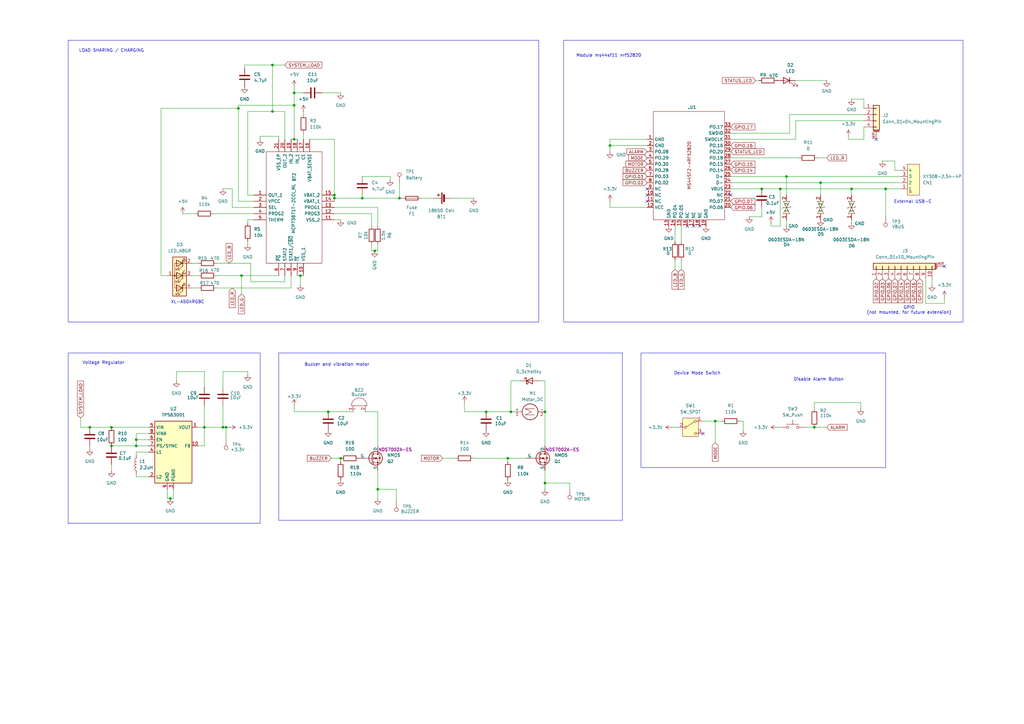
<source format=kicad_sch>
(kicad_sch (version 20231120) (generator "eeschema") (generator_version "8.0")
  (paper "A3")
  (title_block (title "OnBoard X1"))
  (junction (at 148.59 81.28))
  (junction (at 223.52 198.12))
  (junction (at 83.82 175.26))
  (junction (at 334.01 175.26))
  (junction (at 163.83 81.28))
  (junction (at 139.7 187.96))
  (junction (at 322.58 72.39))
  (junction (at 293.37 172.72))
  (junction (at 209.55 168.91))
  (junction (at 336.55 74.93))
  (junction (at 120.65 43.18))
  (junction (at 123.19 113.03))
  (junction (at 120.65 38.1))
  (junction (at 153.67 102.87))
  (junction (at 111.76 26.67))
  (junction (at 208.28 187.96))
  (junction (at 363.22 77.47))
  (junction (at 137.16 80.01))
  (junction (at 45.72 182.88))
  (junction (at 349.25 77.47))
  (junction (at 91.44 175.26))
  (junction (at 120.65 57.15))
  (junction (at 154.94 200.66))
  (junction (at 55.88 180.34))
  (junction (at 69.85 204.47))
  (junction (at 223.52 168.91))
  (junction (at 320.04 77.47))
  (junction (at 99.06 113.03))
  (junction (at 137.16 81.28))
  (junction (at 134.62 168.91))
  (junction (at 36.83 175.26))
  (junction (at 92.71 175.26))
  (junction (at 55.88 182.88))
  (junction (at 199.39 168.91))
  (junction (at 45.72 175.26))
  (junction (at 97.79 44.45))
  (junction (at 250.19 59.69))
  (junction (at 111.76 45.72))
  (junction (at 312.42 77.47))
  (no_connect (at 265.43 82.55))
  (no_connect (at 387.35 109.22))
  (no_connect (at 284.48 92.71))
  (no_connect (at 265.43 77.47))
  (no_connect (at 281.94 92.71))
  (no_connect (at 299.72 80.01))
  (no_connect (at 287.02 92.71))
  (no_connect (at 359.41 57.15))
  (no_connect (at 288.29 177.8))
  (no_connect (at 265.43 80.01))
  (wire (pts (xy 354.33 57.15) (xy 354.33 52.07)))
  (wire (pts (xy 45.72 193.04) (xy 45.72 190.5)))
  (wire (pts (xy 45.72 175.26) (xy 60.96 175.26)))
  (wire (pts (xy 91.44 175.26) (xy 91.44 166.37)))
  (wire (pts (xy 250.19 85.09) (xy 265.43 85.09)))
  (wire (pts (xy 114.3 55.88) (xy 114.3 57.15)))
  (wire (pts (xy 250.19 59.69) (xy 265.43 59.69)))
  (wire (pts (xy 336.55 74.93) (xy 369.57 74.93)))
  (wire (pts (xy 120.65 168.91) (xy 134.62 168.91)))
  (wire (pts (xy 123.19 113.03) (xy 124.46 113.03)))
  (wire (pts (xy 336.55 74.93) (xy 336.55 80.01)))
  (wire (pts (xy 120.65 38.1) (xy 120.65 35.56)))
  (wire (pts (xy 233.68 200.66) (xy 233.68 198.12)))
  (wire (pts (xy 320.04 92.71) (xy 316.23 92.71)))
  (wire (pts (xy 276.86 99.06) (xy 276.86 92.71)))
  (wire (pts (xy 199.39 168.91) (xy 209.55 168.91)))
  (wire (pts (xy 66.04 113.03) (xy 68.58 113.03)))
  (wire (pts (xy 104.14 90.17) (xy 101.6 90.17)))
  (wire (pts (xy 78.74 113.03) (xy 81.28 113.03)))
  (wire (pts (xy 137.16 85.09) (xy 154.94 85.09)))
  (wire (pts (xy 78.74 107.95) (xy 81.28 107.95)))
  (wire (pts (xy 137.16 80.01) (xy 137.16 81.28)))
  (wire (pts (xy 114.3 113.03) (xy 99.06 113.03)))
  (wire (pts (xy 154.94 168.91) (xy 154.94 182.88)))
  (wire (pts (xy 119.38 113.03) (xy 119.38 118.11)))
  (wire (pts (xy 95.25 77.47) (xy 95.25 85.09)))
  (wire (pts (xy 139.7 90.17) (xy 137.16 90.17)))
  (wire (pts (xy 120.65 43.18) (xy 120.65 38.1)))
  (wire (pts (xy 83.82 175.26) (xy 83.82 182.88)))
  (wire (pts (xy 66.04 113.03) (xy 66.04 44.45)))
  (wire (pts (xy 250.19 57.15) (xy 265.43 57.15)))
  (wire (pts (xy 185.42 81.28) (xy 194.31 81.28)))
  (wire (pts (xy 91.44 77.47) (xy 95.25 77.47)))
  (wire (pts (xy 326.39 49.53) (xy 326.39 57.15)))
  (wire (pts (xy 367.03 69.85) (xy 369.57 69.85)))
  (wire (pts (xy 250.19 82.55) (xy 250.19 85.09)))
  (wire (pts (xy 353.06 165.1) (xy 353.06 167.64)))
  (wire (pts (xy 347.98 57.15) (xy 347.98 55.88)))
  (wire (pts (xy 354.33 40.64) (xy 354.33 44.45)))
  (wire (pts (xy 93.98 175.26) (xy 92.71 175.26)))
  (wire (pts (xy 223.52 168.91) (xy 223.52 182.88)))
  (wire (pts (xy 154.94 102.87) (xy 153.67 102.87)))
  (wire (pts (xy 181.61 187.96) (xy 186.69 187.96)))
  (wire (pts (xy 69.85 204.47) (xy 71.12 204.47)))
  (wire (pts (xy 83.82 152.4) (xy 83.82 158.75)))
  (wire (pts (xy 99.06 120.65) (xy 99.06 113.03)))
  (wire (pts (xy 120.65 57.15) (xy 120.65 43.18)))
  (wire (pts (xy 55.88 182.88) (xy 55.88 180.34)))
  (wire (pts (xy 152.4 87.63) (xy 152.4 92.71)))
  (wire (pts (xy 137.16 81.28) (xy 137.16 82.55)))
  (wire (pts (xy 83.82 175.26) (xy 83.82 166.37)))
  (wire (pts (xy 36.83 184.15) (xy 36.83 182.88)))
  (wire (pts (xy 81.28 182.88) (xy 83.82 182.88)))
  (wire (pts (xy 99.06 113.03) (xy 88.9 113.03)))
  (wire (pts (xy 233.68 198.12) (xy 223.52 198.12)))
  (wire (pts (xy 102.87 107.95) (xy 88.9 107.95)))
  (wire (pts (xy 190.5 168.91) (xy 199.39 168.91)))
  (wire (pts (xy 127 57.15) (xy 137.16 57.15)))
  (wire (pts (xy 116.84 115.57) (xy 102.87 115.57)))
  (wire (pts (xy 101.6 80.01) (xy 104.14 80.01)))
  (wire (pts (xy 382.27 116.84) (xy 382.27 114.3)))
  (wire (pts (xy 100.33 26.67) (xy 111.76 26.67)))
  (wire (pts (xy 121.92 113.03) (xy 123.19 113.03)))
  (wire (pts (xy 101.6 90.17) (xy 101.6 91.44)))
  (wire (pts (xy 293.37 172.72) (xy 293.37 181.61)))
  (wire (pts (xy 250.19 62.23) (xy 250.19 59.69)))
  (wire (pts (xy 97.79 82.55) (xy 104.14 82.55)))
  (wire (pts (xy 102.87 115.57) (xy 102.87 107.95)))
  (wire (pts (xy 311.15 33.02) (xy 309.88 33.02)))
  (wire (pts (xy 339.09 33.02) (xy 326.39 33.02)))
  (wire (pts (xy 299.72 64.77) (xy 327.66 64.77)))
  (wire (pts (xy 326.39 57.15) (xy 299.72 57.15)))
  (wire (pts (xy 209.55 168.91) (xy 210.82 168.91)))
  (wire (pts (xy 162.56 200.66) (xy 154.94 200.66)))
  (wire (pts (xy 148.59 80.01) (xy 148.59 81.28)))
  (wire (pts (xy 387.35 124.46) (xy 387.35 121.92)))
  (wire (pts (xy 68.58 204.47) (xy 68.58 200.66)))
  (wire (pts (xy 106.68 57.15) (xy 106.68 55.88)))
  (wire (pts (xy 349.25 77.47) (xy 363.22 77.47)))
  (wire (pts (xy 353.06 165.1) (xy 334.01 165.1)))
  (wire (pts (xy 137.16 87.63) (xy 152.4 87.63)))
  (wire (pts (xy 154.94 85.09) (xy 154.94 92.71)))
  (wire (pts (xy 101.6 153.67) (xy 101.6 152.4)))
  (wire (pts (xy 299.72 72.39) (xy 322.58 72.39)))
  (wire (pts (xy 154.94 193.04) (xy 154.94 200.66)))
  (wire (pts (xy 101.6 99.06) (xy 101.6 100.33)))
  (wire (pts (xy 223.52 156.21) (xy 223.52 168.91)))
  (wire (pts (xy 137.16 57.15) (xy 137.16 80.01)))
  (wire (pts (xy 361.95 66.04) (xy 367.03 66.04)))
  (wire (pts (xy 111.76 26.67) (xy 111.76 45.72)))
  (wire (pts (xy 190.5 165.1) (xy 190.5 168.91)))
  (wire (pts (xy 163.83 74.93) (xy 163.83 81.28)))
  (wire (pts (xy 320.04 77.47) (xy 320.04 92.71)))
  (wire (pts (xy 349.25 77.47) (xy 349.25 80.01)))
  (wire (pts (xy 323.85 54.61) (xy 299.72 54.61)))
  (wire (pts (xy 78.74 118.11) (xy 81.28 118.11)))
  (wire (pts (xy 92.71 180.34) (xy 92.71 175.26)))
  (wire (pts (xy 387.35 124.46) (xy 379.73 124.46)))
  (wire (pts (xy 36.83 175.26) (xy 45.72 175.26)))
  (wire (pts (xy 223.52 200.66) (xy 223.52 198.12)))
  (wire (pts (xy 312.42 88.9) (xy 312.42 85.09)))
  (wire (pts (xy 101.6 45.72) (xy 111.76 45.72)))
  (wire (pts (xy 330.2 175.26) (xy 334.01 175.26)))
  (wire (pts (xy 279.4 110.49) (xy 279.4 106.68)))
  (wire (pts (xy 349.25 91.44) (xy 349.25 90.17)))
  (wire (pts (xy 101.6 152.4) (xy 91.44 152.4)))
  (wire (pts (xy 307.34 88.9) (xy 312.42 88.9)))
  (wire (pts (xy 45.72 182.88) (xy 55.88 182.88)))
  (wire (pts (xy 134.62 168.91) (xy 144.78 168.91)))
  (wire (pts (xy 276.86 110.49) (xy 276.86 106.68)))
  (wire (pts (xy 116.84 57.15) (xy 116.84 45.72)))
  (wire (pts (xy 91.44 152.4) (xy 91.44 158.75)))
  (wire (pts (xy 120.65 38.1) (xy 124.46 38.1)))
  (wire (pts (xy 160.02 73.66) (xy 160.02 72.39)))
  (wire (pts (xy 318.77 175.26) (xy 320.04 175.26)))
  (wire (pts (xy 55.88 195.58) (xy 55.88 194.31)))
  (wire (pts (xy 33.02 175.26) (xy 36.83 175.26)))
  (wire (pts (xy 119.38 118.11) (xy 88.9 118.11)))
  (wire (pts (xy 83.82 175.26) (xy 91.44 175.26)))
  (wire (pts (xy 304.8 176.53) (xy 304.8 172.72)))
  (wire (pts (xy 279.4 99.06) (xy 279.4 92.71)))
  (wire (pts (xy 60.96 182.88) (xy 55.88 182.88)))
  (wire (pts (xy 172.72 81.28) (xy 177.8 81.28)))
  (wire (pts (xy 116.84 115.57) (xy 116.84 113.03)))
  (wire (pts (xy 163.83 81.28) (xy 165.1 81.28)))
  (wire (pts (xy 106.68 55.88) (xy 114.3 55.88)))
  (wire (pts (xy 71.12 204.47) (xy 71.12 200.66)))
  (wire (pts (xy 60.96 195.58) (xy 55.88 195.58)))
  (wire (pts (xy 323.85 46.99) (xy 323.85 54.61)))
  (wire (pts (xy 137.16 81.28) (xy 148.59 81.28)))
  (wire (pts (xy 97.79 44.45) (xy 97.79 82.55)))
  (wire (pts (xy 363.22 77.47) (xy 369.57 77.47)))
  (wire (pts (xy 322.58 72.39) (xy 369.57 72.39)))
  (wire (pts (xy 223.52 193.04) (xy 223.52 198.12)))
  (wire (pts (xy 139.7 187.96) (xy 139.7 189.23)))
  (wire (pts (xy 275.59 175.26) (xy 278.13 175.26)))
  (wire (pts (xy 322.58 72.39) (xy 322.58 80.01)))
  (wire (pts (xy 116.84 26.67) (xy 111.76 26.67)))
  (wire (pts (xy 363.22 88.9) (xy 363.22 77.47)))
  (wire (pts (xy 92.71 175.26) (xy 91.44 175.26)))
  (wire (pts (xy 74.93 87.63) (xy 80.01 87.63)))
  (wire (pts (xy 208.28 187.96) (xy 208.28 189.23)))
  (wire (pts (xy 124.46 45.72) (xy 124.46 46.99)))
  (wire (pts (xy 68.58 204.47) (xy 69.85 204.47)))
  (wire (pts (xy 322.58 92.71) (xy 322.58 90.17)))
  (wire (pts (xy 223.52 156.21) (xy 220.98 156.21)))
  (wire (pts (xy 334.01 175.26) (xy 339.09 175.26)))
  (wire (pts (xy 299.72 74.93) (xy 336.55 74.93)))
  (wire (pts (xy 132.08 38.1) (xy 139.7 38.1)))
  (wire (pts (xy 152.4 102.87) (xy 153.67 102.87)))
  (wire (pts (xy 55.88 185.42) (xy 55.88 186.69)))
  (wire (pts (xy 250.19 59.69) (xy 250.19 57.15)))
  (wire (pts (xy 60.96 180.34) (xy 55.88 180.34)))
  (wire (pts (xy 149.86 168.91) (xy 154.94 168.91)))
  (wire (pts (xy 148.59 81.28) (xy 163.83 81.28)))
  (wire (pts (xy 335.28 64.77) (xy 339.09 64.77)))
  (wire (pts (xy 316.23 92.71) (xy 316.23 91.44)))
  (wire (pts (xy 101.6 45.72) (xy 101.6 80.01)))
  (wire (pts (xy 326.39 49.53) (xy 354.33 49.53)))
  (wire (pts (xy 154.94 204.47) (xy 154.94 200.66)))
  (wire (pts (xy 72.39 156.21) (xy 72.39 152.4)))
  (wire (pts (xy 111.76 45.72) (xy 116.84 45.72)))
  (wire (pts (xy 66.04 44.45) (xy 97.79 44.45)))
  (wire (pts (xy 312.42 77.47) (xy 320.04 77.47)))
  (wire (pts (xy 349.25 40.64) (xy 354.33 40.64)))
  (wire (pts (xy 347.98 57.15) (xy 354.33 57.15)))
  (wire (pts (xy 120.65 166.37) (xy 120.65 168.91)))
  (wire (pts (xy 154.94 100.33) (xy 154.94 102.87)))
  (wire (pts (xy 162.56 205.74) (xy 162.56 200.66)))
  (wire (pts (xy 55.88 180.34) (xy 55.88 177.8)))
  (wire (pts (xy 119.38 57.15) (xy 120.65 57.15)))
  (wire (pts (xy 95.25 85.09) (xy 104.14 85.09)))
  (wire (pts (xy 97.79 43.18) (xy 97.79 44.45)))
  (wire (pts (xy 160.02 72.39) (xy 148.59 72.39)))
  (wire (pts (xy 100.33 26.67) (xy 100.33 27.94)))
  (wire (pts (xy 320.04 77.47) (xy 349.25 77.47)))
  (wire (pts (xy 135.89 187.96) (xy 139.7 187.96)))
  (wire (pts (xy 97.79 43.18) (xy 120.65 43.18)))
  (wire (pts (xy 295.91 172.72) (xy 293.37 172.72)))
  (wire (pts (xy 123.19 116.84) (xy 123.19 113.03)))
  (wire (pts (xy 208.28 187.96) (xy 215.9 187.96)))
  (wire (pts (xy 299.72 77.47) (xy 312.42 77.47)))
  (wire (pts (xy 60.96 185.42) (xy 55.88 185.42)))
  (wire (pts (xy 87.63 87.63) (xy 104.14 87.63)))
  (wire (pts (xy 72.39 152.4) (xy 83.82 152.4)))
  (wire (pts (xy 323.85 46.99) (xy 354.33 46.99)))
  (wire (pts (xy 120.65 57.15) (xy 121.92 57.15)))
  (wire (pts (xy 81.28 175.26) (xy 83.82 175.26)))
  (wire (pts (xy 334.01 165.1) (xy 334.01 167.64)))
  (wire (pts (xy 124.46 54.61) (xy 124.46 57.15)))
  (wire (pts (xy 209.55 168.91) (xy 209.55 156.21)))
  (wire (pts (xy 304.8 172.72) (xy 303.53 172.72)))
  (wire (pts (xy 33.02 171.45) (xy 33.02 175.26)))
  (wire (pts (xy 55.88 177.8) (xy 60.96 177.8)))
  (wire (pts (xy 152.4 100.33) (xy 152.4 102.87)))
  (wire (pts (xy 379.73 124.46) (xy 379.73 114.3)))
  (wire (pts (xy 288.29 172.72) (xy 293.37 172.72)))
  (wire (pts (xy 209.55 156.21) (xy 213.36 156.21)))
  (wire (pts (xy 367.03 66.04) (xy 367.03 69.85)))
  (wire (pts (xy 194.31 187.96) (xy 208.28 187.96)))
  (rectangle (start 231.14 16.51) (end 394.97 132.08))
  (rectangle (start 262.89 144.78) (end 363.22 191.77))
  (rectangle (start 114.3 144.78) (end 255.27 213.36))
  (rectangle (start 27.94 144.78) (end 106.68 214.63))
  (rectangle (start 27.94 16.51) (end 220.98 132.08))
  (text "External USB-C" (at 374.396 82.804 0) (effects (font (size 1.27 1.27))))
  (text "XL-A504RGBC" (at 76.962 123.952 0) (effects (font (size 1.27 1.27))))
  (text "GPIO\n(not mounted, for future extension)" (at 372.872 127.254 0) (effects (font (size 1.27 1.27))))
  (text "Module ms44sf11 nrf52820" (at 249.682 22.86 0) (effects (font (size 1.27 1.27))))
  (text "Disable Alarm Button" (at 335.788 155.702 0) (effects (font (size 1.27 1.27))))
  (text "LOAD SHARING / CHARGING\n" (at 45.72 20.828 0) (effects (font (size 1.27 1.27))))
  (text "Device Mode Switch" (at 286.004 153.162 0) (effects (font (size 1.27 1.27))))
  (text "Voltage Regulator" (at 42.418 148.844 0) (effects (font (size 1.27 1.27))))
  (text "Buzzer and vibration motor" (at 138.176 149.606 0) (effects (font (size 1.27 1.27))))
  (global_label "GPIO.07" (shape input) (at 367.03 114.3 270) (property "Intersheetrefs" "${INTERSHEET_REFS}" (effects (hide yes))))
  (global_label "STATUS_LED" (shape input) (at 309.88 33.02 180) (property "Intersheetrefs" "${INTERSHEET_REFS}" (effects (hide yes))))
  (global_label "MOTOR" (shape input) (at 265.43 67.31 180) (property "Intersheetrefs" "${INTERSHEET_REFS}" (effects (hide yes))))
  (global_label "ALARM" (shape input) (at 339.09 175.26 0) (property "Intersheetrefs" "${INTERSHEET_REFS}" (effects (hide yes))))
  (global_label "GPIO.17" (shape input) (at 299.72 52.07 0) (property "Intersheetrefs" "${INTERSHEET_REFS}" (effects (hide yes))))
  (global_label "GPIO.14" (shape input) (at 299.72 69.85 0) (property "Intersheetrefs" "${INTERSHEET_REFS}" (effects (hide yes))))
  (global_label "GPIO.03" (shape input) (at 265.43 72.39 180) (property "Intersheetrefs" "${INTERSHEET_REFS}" (effects (hide yes))))
  (global_label "GPIO.03" (shape input) (at 361.95 114.3 270) (property "Intersheetrefs" "${INTERSHEET_REFS}" (effects (hide yes))))
  (global_label "ALARM" (shape input) (at 265.43 62.23 180) (property "Intersheetrefs" "${INTERSHEET_REFS}" (effects (hide yes))))
  (global_label "GPIO.15" (shape input) (at 372.11 114.3 270) (property "Intersheetrefs" "${INTERSHEET_REFS}" (effects (hide yes))))
  (global_label "GPIO.15" (shape input) (at 299.72 67.31 0) (property "Intersheetrefs" "${INTERSHEET_REFS}" (effects (hide yes))))
  (global_label "GPIO.06" (shape input) (at 364.49 114.3 270) (property "Intersheetrefs" "${INTERSHEET_REFS}" (effects (hide yes))))
  (global_label "LED_B" (shape input) (at 276.86 110.49 270) (property "Intersheetrefs" "${INTERSHEET_REFS}" (effects (hide yes))))
  (global_label "MODE" (shape input) (at 293.37 181.61 270) (property "Intersheetrefs" "${INTERSHEET_REFS}" (effects (hide yes))))
  (global_label "MOTOR" (shape input) (at 181.61 187.96 180) (property "Intersheetrefs" "${INTERSHEET_REFS}" (effects (hide yes))))
  (global_label "BUZZER" (shape input) (at 135.89 187.96 180) (property "Intersheetrefs" "${INTERSHEET_REFS}" (effects (hide yes))))
  (global_label "GPIO.02" (shape input) (at 359.41 114.3 270) (property "Intersheetrefs" "${INTERSHEET_REFS}" (effects (hide yes))))
  (global_label "SYSTEM_LOAD" (shape input) (at 116.84 26.67 0) (property "Intersheetrefs" "${INTERSHEET_REFS}" (effects (hide yes))))
  (global_label "LED_R" (shape input) (at 339.09 64.77 0) (property "Intersheetrefs" "${INTERSHEET_REFS}" (effects (hide yes))))
  (global_label "GPIO.14" (shape input) (at 369.57 114.3 270) (property "Intersheetrefs" "${INTERSHEET_REFS}" (effects (hide yes))))
  (global_label "SYSTEM_LOAD" (shape input) (at 33.02 171.45 90) (property "Intersheetrefs" "${INTERSHEET_REFS}" (effects (hide yes))))
  (global_label "GPIO.02" (shape input) (at 265.43 74.93 180) (property "Intersheetrefs" "${INTERSHEET_REFS}" (effects (hide yes))))
  (global_label "GPIO.16" (shape input) (at 374.65 114.3 270) (property "Intersheetrefs" "${INTERSHEET_REFS}" (effects (hide yes))))
  (global_label "GPIO.17" (shape input) (at 377.19 114.3 270) (property "Intersheetrefs" "${INTERSHEET_REFS}" (effects (hide yes))))
  (global_label "GPIO.06" (shape input) (at 299.72 85.09 0) (property "Intersheetrefs" "${INTERSHEET_REFS}" (effects (hide yes))))
  (global_label "GPIO.07" (shape input) (at 299.72 82.55 0) (property "Intersheetrefs" "${INTERSHEET_REFS}" (effects (hide yes))))
  (global_label "MODE" (shape input) (at 265.43 64.77 180) (property "Intersheetrefs" "${INTERSHEET_REFS}" (effects (hide yes))))
  (global_label "STATUS_LED" (shape input) (at 299.72 62.23 0) (property "Intersheetrefs" "${INTERSHEET_REFS}" (effects (hide yes))))
  (global_label "LED_B" (shape input) (at 93.98 107.95 90) (property "Intersheetrefs" "${INTERSHEET_REFS}" (effects (hide yes))))
  (global_label "LED_R" (shape input) (at 95.25 118.11 270) (property "Intersheetrefs" "${INTERSHEET_REFS}" (effects (hide yes))))
  (global_label "LED_G" (shape input) (at 99.06 120.65 270) (property "Intersheetrefs" "${INTERSHEET_REFS}" (effects (hide yes))))
  (global_label "BUZZER" (shape input) (at 265.43 69.85 180) (property "Intersheetrefs" "${INTERSHEET_REFS}" (effects (hide yes))))
  (global_label "LED_G" (shape input) (at 279.4 110.49 270) (property "Intersheetrefs" "${INTERSHEET_REFS}" (effects (hide yes))))
  (global_label "GPIO.16" (shape input) (at 299.72 59.69 0) (property "Intersheetrefs" "${INTERSHEET_REFS}" (effects (hide yes))))
  (symbol (lib_id "power:GND") (at 139.7 90.17 0) (unit 1)
    (property "Reference" "#PWR014" (effects (hide yes)))
    (property "Value" "GND" (at 142.24 91.4399 0) (effects (justify left)))
    (property "Description" "Power symbol creates a global label with name \"GND\" , ground" (effects (hide yes)))
  )
  (symbol (lib_id "power:GND") (at 353.06 167.64 0) (unit 1)
    (property "Reference" "#PWR023" (effects (hide yes)))
    (property "Value" "GND" (at 353.06 172.72 0))
    (property "Description" "Power symbol creates a global label with name \"GND\" , ground" (effects (hide yes)))
  )
  (symbol (lib_id "power:GND") (at 106.68 57.15 0) (unit 1)
    (property "Reference" "#PWR020" (effects (hide yes)))
    (property "Value" "GND" (at 104.648 61.976 0) (effects (justify left)))
    (property "Description" "Power symbol creates a global label with name \"GND\" , ground" (effects (hide yes)))
  )
  (symbol (lib_id "Device:R") (at 276.86 102.87 180) (unit 1)
    (property "Reference" "R13" (at 271.78 102.108 0) (effects (justify right)))
    (property "Value" "0" (at 273.304 103.886 0) (effects (justify right)))
    (property "Footprint" "easyeda2kicad:R1206" (effects (hide yes)))
    (property "Description" "Resistor" (effects (hide yes)))
  )
  (symbol (lib_id "Connector_Generic_MountingPin:Conn_01x04_MountingPin") (at 359.41 46.99 0) (unit 1)
    (property "Reference" "J2" (at 361.95 47.3455 0) (effects (justify left)))
    (property "Value" "Conn_01x04_MountingPin" (at 361.95 49.8855 0) (effects (justify left)))
    (property "Footprint" "easyeda2kicad:HDR-TH_4P-P2.54-V-M" (effects (hide yes)))
    (property "Description" "Generic connectable mounting pin connector, single row, 01x04, script generated (kicad-library-utils/schlib/autogen/connector/)" (effects (hide yes)))
  )
  (symbol (lib_id "Device:R") (at 45.72 179.07 0) (unit 1)
    (property "Reference" "R10" (at 48.26 177.7999 0) (effects (justify left)))
    (property "Value" "100" (at 48.26 180.3399 0) (effects (justify left)))
    (property "Footprint" "easyeda2kicad:R1206" (effects (hide yes)))
    (property "Description" "Resistor" (effects (hide yes)))
  )
  (symbol (lib_id "Device:C") (at 199.39 172.72 180) (unit 1)
    (property "Reference" "C1" (at 203.454 171.45 0) (effects (justify right)))
    (property "Value" "10uF" (at 202.946 173.736 0) (effects (justify right)))
    (property "Footprint" "easyeda2kicad:C1206" (effects (hide yes)))
    (property "Description" "Unpolarized capacitor" (effects (hide yes)))
  )
  (symbol (lib_id "Device:R") (at 331.47 64.77 90) (unit 1)
    (property "Reference" "R11" (at 331.47 58.42 90))
    (property "Value" "0" (at 331.47 60.96 90))
    (property "Footprint" "easyeda2kicad:R1206" (effects (hide yes)))
    (property "Description" "Resistor" (effects (hide yes)))
  )
  (symbol (lib_id "power:+3.3V") (at 318.77 175.26 90) (unit 1)
    (property "Reference" "#PWR07" (effects (hide yes)))
    (property "Value" "+3.3V" (at 314.96 175.2599 90) (effects (justify left)))
    (property "Description" "Power symbol creates a global label with name \"+3.3V\"" (effects (hide yes)))
  )
  (symbol (lib_id "Device:R") (at 143.51 187.96 90) (unit 1)
    (property "Reference" "R19" (at 143.51 181.61 90))
    (property "Value" "100" (at 143.51 184.15 90))
    (property "Footprint" "Resistor_SMD:R_1206_3216Metric_Pad1.30x1.75mm_HandSolder" (effects (hide yes)))
    (property "Description" "Resistor" (effects (hide yes)))
  )
  (symbol (lib_id "Device:C") (at 128.27 38.1 90) (unit 1)
    (property "Reference" "C11" (at 128.27 30.48 90))
    (property "Value" "10uF" (at 128.27 33.02 90))
    (property "Footprint" "easyeda2kicad:C1206" (effects (hide yes)))
    (property "Description" "Unpolarized capacitor" (effects (hide yes)))
  )
  (symbol (lib_id "power:GND") (at 250.19 62.23 0) (unit 1)
    (property "Reference" "#PWR028" (effects (hide yes)))
    (property "Value" "GND" (at 252.73 63.4999 0) (effects (justify left)))
    (property "Description" "Power symbol creates a global label with name \"GND\" , ground" (effects (hide yes)))
  )
  (symbol (lib_id "Device:L") (at 55.88 190.5 180) (unit 1)
    (property "Reference" "L1" (at 57.15 189.2299 0) (effects (justify right)))
    (property "Value" "2.2uH" (at 57.15 191.7699 0) (effects (justify right)))
    (property "Footprint" "easyeda2kicad:IND-SMD_L3.0-W3.0_NR3010" (effects (hide yes)))
    (property "Description" "Inductor" (effects (hide yes)))
  )
  (symbol (lib_id "power:+3.3V") (at 387.35 121.92 0) (unit 1)
    (property "Reference" "#PWR036" (effects (hide yes)))
    (property "Value" "+3.3V" (at 387.35 116.84 0))
    (property "Description" "Power symbol creates a global label with name \"+3.3V\"" (effects (hide yes)))
  )
  (symbol (lib_id "Device:R") (at 208.28 193.04 0) (unit 1)
    (property "Reference" "R8" (at 212.09 191.7699 0) (effects (justify left)))
    (property "Value" "110k" (at 212.09 194.3099 0) (effects (justify left)))
    (property "Footprint" "easyeda2kicad:R1206" (effects (hide yes)))
    (property "Description" "Resistor" (effects (hide yes)))
  )
  (symbol (lib_id "Device:C") (at 100.33 31.75 180) (unit 1)
    (property "Reference" "C5" (at 104.14 30.4799 0) (effects (justify right)))
    (property "Value" "4.7uF" (at 104.14 33.0199 0) (effects (justify right)))
    (property "Footprint" "easyeda2kicad:C1206" (effects (hide yes)))
    (property "Description" "Unpolarized capacitor" (effects (hide yes)))
  )
  (symbol (lib_id "power:GND") (at 91.44 77.47 0) (unit 1)
    (property "Reference" "#PWR022" (effects (hide yes)))
    (property "Value" "GND" (at 91.44 82.55 0))
    (property "Description" "Power symbol creates a global label with name \"GND\" , ground" (effects (hide yes)))
  )
  (symbol (lib_id "power:+3.3V") (at 347.98 55.88 0) (unit 1)
    (property "Reference" "#PWR035" (effects (hide yes)))
    (property "Value" "+3.3V" (at 347.98 50.8 0))
    (property "Description" "Power symbol creates a global label with name \"+3.3V\"" (effects (hide yes)))
  )
  (symbol (lib_id "Device:C") (at 134.62 172.72 180) (unit 1)
    (property "Reference" "C2" (at 138.684 171.45 0) (effects (justify right)))
    (property "Value" "10uF" (at 138.176 173.736 0) (effects (justify right)))
    (property "Footprint" "easyeda2kicad:C1206" (effects (hide yes)))
    (property "Description" "Unpolarized capacitor" (effects (hide yes)))
  )
  (symbol (lib_id "Device:Buzzer") (at 147.32 166.37 90) (unit 1)
    (property "Reference" "BZ2" (at 145.288 160.02 90) (effects (justify right)))
    (property "Value" "Buzzer" (at 144.018 161.798 90) (effects (justify right)))
    (property "Footprint" "easyeda2kicad:BUZ-TH_BD9.0-P5.00-D0.6-FD" (effects (hide yes)))
    (property "Description" "Buzzer, polarized" (effects (hide yes)))
  )
  (symbol (lib_id "power:GND") (at 100.33 35.56 0) (unit 1)
    (property "Reference" "#PWR021" (effects (hide yes)))
    (property "Value" "GND" (at 100.33 40.64 0))
    (property "Description" "Power symbol creates a global label with name \"GND\" , ground" (effects (hide yes)))
  )
  (symbol (lib_id "easyeda2kicad:XY308-2.54-4P") (at 374.65 73.66 0) (mirror x) (unit 1)
    (property "Reference" "CN1" (at 378.46 74.9301 0) (effects (justify left)))
    (property "Value" "XY308-2.54-4P" (at 378.46 72.3901 0) (effects (justify left)))
    (property "Footprint" "easyeda2kicad:CONN-TH_XY308-2.54-4P" (effects (hide yes)))
    (property "Datasheet" "https://lcsc.com/product-detail/Pluggable-System-Terminal-Block_Ningbo-Xinlaiya-Elec-XY308-2-54-4P_C915913.html" (effects (hide yes)))
    (property "LCSC Part" "C915913" (effects (hide yes)))
  )
  (symbol (lib_id "Device:Battery_Cell") (at 182.88 81.28 90) (unit 1)
    (property "Reference" "BT1" (at 181.0385 88.9 90))
    (property "Value" "18650 Cell" (at 181.0385 86.36 90))
    (property "Footprint" "easyeda2kicad:BAT-TH_BH-18650-A1AJ005" (effects (hide yes)))
    (property "Description" "Single-cell battery" (effects (hide yes)))
  )
  (symbol (lib_id "Regulator_Switching:TPS63001") (at 71.12 185.42 0) (unit 1)
    (property "Reference" "U2" (at 71.12 167.64 0))
    (property "Value" "TPS63001" (at 71.12 170.18 0))
    (property "Footprint" "Package_SON:Texas_DRC0010J_ThermalVias" (effects (hide yes)))
    (property "Datasheet" "http://www.ti.com/lit/ds/symlink/tps63000.pdf" (effects (hide yes)))
    (property "Description" "Buck-Boost Converter, 1.8-5.5V Input Voltage, 1.7A Switch Current, 3.3V Output Voltage, VSON-10" (effects (hide yes)))
  )
  (symbol (lib_id "Switch:SW_SPDT") (at 283.21 175.26 0) (unit 1)
    (property "Reference" "SW1" (at 283.21 166.37 0))
    (property "Value" "SW_SPDT" (at 283.21 168.91 0))
    (property "Footprint" "easyeda2kicad:SW-TH_SHOU-HAN_SS12D10G4" (effects (hide yes)))
    (property "Description" "Switch, single pole double throw" (effects (hide yes)))
  )
  (symbol (lib_id "Device:R") (at 279.4 102.87 180) (unit 1)
    (property "Reference" "R12" (at 280.924 102.108 0) (effects (justify right)))
    (property "Value" "0" (at 282.194 103.886 0) (effects (justify right)))
    (property "Footprint" "easyeda2kicad:R1206" (effects (hide yes)))
    (property "Description" "Resistor" (effects (hide yes)))
  )
  (symbol (lib_id "Device:R") (at 101.6 95.25 180) (unit 1)
    (property "Reference" "R5" (at 104.14 93.9799 0) (effects (justify right)))
    (property "Value" "10k" (at 104.14 96.5199 0) (effects (justify right)))
    (property "Footprint" "easyeda2kicad:R1206" (effects (hide yes)))
    (property "Description" "Resistor" (effects (hide yes)))
  )
  (symbol (lib_id "Connector:TestPoint") (at 162.56 205.74 180) (unit 1)
    (property "Reference" "TP5" (at 165.1 207.7719 0) (effects (justify right)))
    (property "Value" "BUZZER" (at 164.338 209.804 0) (effects (justify right)))
    (property "Footprint" "TestPoint:TestPoint_Pad_D2.0mm" (effects (hide yes)))
    (property "Description" "test point" (effects (hide yes)))
  )
  (symbol (lib_id "Device:C") (at 312.42 81.28 0) (unit 1)
    (property "Reference" "C3" (at 315.214 80.772 0) (effects (justify left)))
    (property "Value" "0.1uF" (at 314.198 83.312 0) (effects (justify left)))
    (property "Footprint" "easyeda2kicad:C1206" (effects (hide yes)))
    (property "Description" "Unpolarized capacitor" (effects (hide yes)))
  )
  (symbol (lib_id "Connector:TestPoint") (at 363.22 88.9 180) (unit 1)
    (property "Reference" "TP3" (at 365.76 90.9319 0) (effects (justify right)))
    (property "Value" "VBUS" (at 365.76 92.964 0) (effects (justify right)))
    (property "Footprint" "TestPoint:TestPoint_Pad_D2.0mm" (effects (hide yes)))
    (property "Description" "test point" (effects (hide yes)))
  )
  (symbol (lib_id "Device:D_Schottky") (at 217.17 156.21 0) (unit 1)
    (property "Reference" "D1" (at 216.8525 149.86 0))
    (property "Value" "D_Schottky" (at 216.8525 152.4 0))
    (property "Footprint" "easyeda2kicad:DIO-SMD_L3.4-W1.9-RD" (effects (hide yes)))
    (property "Description" "Schottky diode" (effects (hide yes)))
  )
  (symbol (lib_id "easyeda2kicad:0603ESDA-18N") (at 322.58 85.09 90) (unit 1)
    (property "Reference" "D4" (at 321.31 100.33 90) (effects (justify right)))
    (property "Value" "0603ESDA-18N" (at 314.96 98.298 90) (effects (justify right)))
    (property "Footprint" "easyeda2kicad:D0603-BI" (effects (hide yes)))
    (property "Datasheet" "https://lcsc.com/product-detail/Others_Bourne-Semicon-Shenzhen-0603ESDA-18N_C316055.html" (effects (hide yes)))
    (property "LCSC Part" "C316055" (effects (hide yes)))
  )
  (symbol (lib_id "Simulation_SPICE:NMOS") (at 152.4 187.96 0) (unit 1)
    (property "Reference" "Q2" (at 158.75 189.2301 0) (effects (justify left)))
    (property "Value" "NMOS" (at 158.75 186.6901 0) (effects (justify left)))
    (property "Footprint" "easyeda2kicad:SOT-23-3_L3.0-W1.6-P1.90-LS2.8-BR" (effects (hide yes)))
    (property "Datasheet" "https://ngspice.sourceforge.io/docs/ngspice-html-manual/manual.xhtml#cha_MOSFETs" (effects (hide yes)))
    (property "Description" "N-MOSFET transistor, drain/source/gate" (effects (hide yes)))
    (property "Sim.Device" "NMOS" (effects (hide yes)))
    (property "Sim.Type" "VDMOS" (effects (hide yes)))
    (property "Sim.Pins" "1=D 2=G 3=S" (effects (hide yes)))
    (property "LCSC" "C8545" (effects (hide yes)))
    (property "MNR" "NDS7002A-ES" (at 162.052 184.404 0))
  )
  (symbol (lib_id "power:GND") (at 36.83 184.15 0) (unit 1)
    (property "Reference" "#PWR040" (effects (hide yes)))
    (property "Value" "GND" (at 36.83 189.23 0))
    (property "Description" "Power symbol creates a global label with name \"GND\" , ground" (effects (hide yes)))
  )
  (symbol (lib_id "Connector:TestPoint") (at 163.83 74.93 0) (unit 1)
    (property "Reference" "TP1" (at 166.37 70.3579 0) (effects (justify left)))
    (property "Value" "Battery" (at 166.37 72.8979 0) (effects (justify left)))
    (property "Footprint" "TestPoint:TestPoint_Pad_D2.0mm" (effects (hide yes)))
    (property "Description" "test point" (effects (hide yes)))
  )
  (symbol (lib_id "power:GND") (at 101.6 100.33 0) (unit 1)
    (property "Reference" "#PWR013" (effects (hide yes)))
    (property "Value" "GND" (at 101.6 105.41 0))
    (property "Description" "Power symbol creates a global label with name \"GND\" , ground" (effects (hide yes)))
  )
  (symbol (lib_id "power:+5V") (at 74.93 87.63 0) (unit 1)
    (property "Reference" "#PWR012" (effects (hide yes)))
    (property "Value" "+5V" (at 74.93 82.55 0))
    (property "Description" "Power symbol creates a global label with name \"+5V\"" (effects (hide yes)))
  )
  (symbol (lib_id "Device:R") (at 190.5 187.96 90) (unit 1)
    (property "Reference" "R14" (at 190.5 181.61 90))
    (property "Value" "100" (at 190.5 184.15 90))
    (property "Footprint" "Resistor_SMD:R_1206_3216Metric_Pad1.30x1.75mm_HandSolder" (effects (hide yes)))
    (property "Description" "Resistor" (effects (hide yes)))
  )
  (symbol (lib_id "power:+3.3V") (at 275.59 175.26 90) (unit 1)
    (property "Reference" "#PWR05" (effects (hide yes)))
    (property "Value" "+3.3V" (at 271.78 175.2599 90) (effects (justify left)))
    (property "Description" "Power symbol creates a global label with name \"+3.3V\"" (effects (hide yes)))
  )
  (symbol (lib_id "Switch:SW_Push") (at 325.12 175.26 0) (unit 1)
    (property "Reference" "SW3" (at 325.12 167.64 0))
    (property "Value" "SW_Push" (at 325.12 170.18 0))
    (property "Footprint" "easyeda2kicad:KEY-TH_4P-L12.0-W12.0-P5.00-LS13.4-EH" (effects (hide yes)))
    (property "Description" "Push button switch, generic, two pins" (effects (hide yes)))
  )
  (symbol (lib_id "Device:Fuse") (at 168.91 81.28 270) (unit 1)
    (property "Reference" "F1" (at 168.91 87.63 90))
    (property "Value" "Fuse" (at 168.91 85.09 90))
    (property "Footprint" "easyeda2kicad:F1206" (effects (hide yes)))
    (property "Description" "Fuse" (effects (hide yes)))
    (property "LCSC" "  C207041" (effects (hide yes)))
  )
  (symbol (lib_id "power:GND") (at 349.25 91.44 0) (unit 1)
    (property "Reference" "#PWR024" (effects (hide yes)))
    (property "Value" "GND" (at 352.552 91.694 0))
    (property "Description" "Power symbol creates a global label with name \"GND\" , ground" (effects (hide yes)))
  )
  (symbol (lib_id "Device:LED") (at 322.58 33.02 0) (mirror y) (unit 1)
    (property "Reference" "D2" (at 324.1675 26.67 0))
    (property "Value" "LED" (at 324.1675 29.21 0))
    (property "Footprint" "easyeda2kicad:LED1206-RD" (effects (hide yes)))
    (property "Description" "Light emitting diode" (effects (hide yes)))
    (property "LCSC" " C84273" (effects (hide yes)))
  )
  (symbol (lib_id "power:GND") (at 274.32 92.71 0) (unit 1)
    (property "Reference" "#PWR027" (effects (hide yes)))
    (property "Value" "GND" (at 274.32 97.79 0))
    (property "Description" "Power symbol creates a global label with name \"GND\" , ground" (effects (hide yes)))
  )
  (symbol (lib_id "Device:LED_ABGR") (at 73.66 113.03 180) (unit 1)
    (property "Reference" "D3" (at 73.66 100.33 0))
    (property "Value" "LED_ABGR" (at 73.66 102.87 0))
    (property "Footprint" "easyeda2kicad:LED-TH_4P-BD5.8-P1.25_DM-50346EH-73826CC-05RGB-BML60-D" (effects (hide yes)))
    (property "Description" "RGB LED, anode/blue/green/red" (effects (hide yes)))
    (property "LCSC" "C7371894" (effects (hide yes)))
  )
  (symbol (lib_id "power:GND") (at 45.72 193.04 0) (unit 1)
    (property "Reference" "#PWR039" (effects (hide yes)))
    (property "Value" "GND" (at 45.72 198.12 0))
    (property "Description" "Power symbol creates a global label with name \"GND\" , ground" (effects (hide yes)))
  )
  (symbol (lib_id "power:GND") (at 199.39 176.53 0) (unit 1)
    (property "Reference" "#PWR03" (effects (hide yes)))
    (property "Value" "GND" (at 199.39 181.61 0))
    (property "Description" "Power symbol creates a global label with name \"GND\" , ground" (effects (hide yes)))
  )
  (symbol (lib_id "power:GND") (at 336.55 90.17 0) (unit 1)
    (property "Reference" "#PWR025" (effects (hide yes)))
    (property "Value" "GND" (at 339.598 90.17 0))
    (property "Description" "Power symbol creates a global label with name \"GND\" , ground" (effects (hide yes)))
  )
  (symbol (lib_id "Device:R") (at 154.94 96.52 180) (unit 1)
    (property "Reference" "R6" (at 159.766 96.52 90))
    (property "Value" "1.5k" (at 157.226 96.52 90))
    (property "Footprint" "easyeda2kicad:R1206" (effects (hide yes)))
    (property "Description" "Resistor" (effects (hide yes)))
  )
  (symbol (lib_id "power:GND") (at 69.85 204.47 0) (unit 1)
    (property "Reference" "#PWR038" (effects (hide yes)))
    (property "Value" "GND" (at 69.85 209.55 0))
    (property "Description" "Power symbol creates a global label with name \"GND\" , ground" (effects (hide yes)))
  )
  (symbol (lib_id "power:GND") (at 139.7 38.1 0) (unit 1)
    (property "Reference" "#PWR044" (effects (hide yes)))
    (property "Value" "GND" (at 139.7 43.18 0))
    (property "Description" "Power symbol creates a global label with name \"GND\" , ground" (effects (hide yes)))
  )
  (symbol (lib_id "Device:C") (at 148.59 76.2 0) (unit 1)
    (property "Reference" "C4" (at 152.4 74.9299 0) (effects (justify left)))
    (property "Value" "4.7uF" (at 152.4 77.4699 0) (effects (justify left)))
    (property "Footprint" "easyeda2kicad:C1206" (effects (hide yes)))
    (property "Description" "Unpolarized capacitor" (effects (hide yes)))
  )
  (symbol (lib_id "power:GND") (at 160.02 73.66 0) (unit 1)
    (property "Reference" "#PWR017" (effects (hide yes)))
    (property "Value" "GND" (at 160.02 78.74 0))
    (property "Description" "Power symbol creates a global label with name \"GND\" , ground" (effects (hide yes)))
  )
  (symbol (lib_id "power:GND") (at 123.19 116.84 0) (unit 1)
    (property "Reference" "#PWR015" (effects (hide yes)))
    (property "Value" "GND" (at 123.19 121.92 0))
    (property "Description" "Power symbol creates a global label with name \"GND\" , ground" (effects (hide yes)))
  )
  (symbol (lib_id "power:+5V") (at 316.23 91.44 0) (unit 1)
    (property "Reference" "#PWR01" (effects (hide yes)))
    (property "Value" "+5V" (at 315.976 87.122 0))
    (property "Description" "Power symbol creates a global label with name \"+5V\"" (effects (hide yes)))
  )
  (symbol (lib_id "Device:R") (at 85.09 118.11 90) (unit 1)
    (property "Reference" "R17" (at 83.82 116.078 90))
    (property "Value" "470" (at 88.138 116.078 90))
    (property "Footprint" "easyeda2kicad:R1206" (effects (hide yes)))
    (property "Description" "Resistor" (effects (hide yes)))
  )
  (symbol (lib_id "Simulation_SPICE:NMOS") (at 220.98 187.96 0) (unit 1)
    (property "Reference" "Q1" (at 227.33 189.2301 0) (effects (justify left)))
    (property "Value" "NMOS" (at 227.33 186.6901 0) (effects (justify left)))
    (property "Footprint" "easyeda2kicad:SOT-23-3_L3.0-W1.6-P1.90-LS2.8-BR" (effects (hide yes)))
    (property "Datasheet" "https://ngspice.sourceforge.io/docs/ngspice-html-manual/manual.xhtml#cha_MOSFETs" (effects (hide yes)))
    (property "Description" "N-MOSFET transistor, drain/source/gate" (effects (hide yes)))
    (property "Sim.Device" "NMOS" (effects (hide yes)))
    (property "Sim.Type" "VDMOS" (effects (hide yes)))
    (property "Sim.Pins" "1=D 2=G 3=S" (effects (hide yes)))
    (property "LCSC" "C8545" (effects (hide yes)))
    (property "MNR" "NDS7002A-ES" (at 230.632 184.404 0))
  )
  (symbol (lib_id "power:GND") (at 154.94 204.47 0) (unit 1)
    (property "Reference" "#PWR046" (effects (hide yes)))
    (property "Value" "GND" (at 154.94 209.55 0))
    (property "Description" "Power symbol creates a global label with name \"GND\" , ground" (effects (hide yes)))
  )
  (symbol (lib_id "Device:R") (at 85.09 113.03 90) (unit 1)
    (property "Reference" "R16" (at 83.566 110.998 90))
    (property "Value" "470" (at 88.138 110.744 90))
    (property "Footprint" "easyeda2kicad:R1206" (effects (hide yes)))
    (property "Description" "Resistor" (effects (hide yes)))
  )
  (symbol (lib_id "Device:R") (at 314.96 33.02 270) (mirror x) (unit 1)
    (property "Reference" "R9" (at 312.928 30.734 90))
    (property "Value" "470" (at 317.246 30.988 90))
    (property "Footprint" "easyeda2kicad:R1206" (effects (hide yes)))
    (property "Description" "Resistor" (effects (hide yes)))
  )
  (symbol (lib_id "power:GND") (at 349.25 40.64 0) (unit 1)
    (property "Reference" "#PWR034" (effects (hide yes)))
    (property "Value" "GND" (at 349.25 44.958 0))
    (property "Description" "Power symbol creates a global label with name \"GND\" , ground" (effects (hide yes)))
  )
  (symbol (lib_id "Device:R") (at 299.72 172.72 90) (unit 1)
    (property "Reference" "R1" (at 299.72 166.37 90))
    (property "Value" "110k" (at 299.72 168.91 90))
    (property "Footprint" "easyeda2kicad:R1206" (effects (hide yes)))
    (property "Description" "Resistor" (effects (hide yes)))
  )
  (symbol (lib_id "power:GND") (at 304.8 176.53 0) (unit 1)
    (property "Reference" "#PWR06" (effects (hide yes)))
    (property "Value" "GND" (at 304.8 181.61 0))
    (property "Description" "Power symbol creates a global label with name \"GND\" , ground" (effects (hide yes)))
  )
  (symbol (lib_id "Connector_Generic_MountingPin:Conn_01x10_MountingPin") (at 369.57 109.22 90) (unit 1)
    (property "Reference" "J3" (at 371.1956 102.87 90))
    (property "Value" "Conn_01x10_MountingPin" (at 371.1956 105.41 90))
    (property "Footprint" "easyeda2kicad:HDR-TH_10P-P2.54-V-M" (effects (hide yes)))
    (property "Description" "Generic connectable mounting pin connector, single row, 01x10, script generated (kicad-library-utils/schlib/autogen/connector/)" (effects (hide yes)))
  )
  (symbol (lib_id "easyeda2kicad:0603ESDA-18N") (at 336.55 85.09 90) (unit 1)
    (property "Reference" "D5" (at 335.28 96.012 90) (effects (justify right)))
    (property "Value" "0603ESDA-18N" (at 328.93 93.98 90) (effects (justify right)))
    (property "Footprint" "easyeda2kicad:D0603-BI" (effects (hide yes)))
    (property "Datasheet" "https://lcsc.com/product-detail/Others_Bourne-Semicon-Shenzhen-0603ESDA-18N_C316055.html" (effects (hide yes)))
    (property "LCSC Part" "C316055" (effects (hide yes)))
  )
  (symbol (lib_id "power:+5V") (at 120.65 35.56 0) (unit 1)
    (property "Reference" "#PWR019" (effects (hide yes)))
    (property "Value" "+5V" (at 120.65 30.48 0))
    (property "Description" "Power symbol creates a global label with name \"+5V\"" (effects (hide yes)))
  )
  (symbol (lib_id "power:GND") (at 223.52 200.66 0) (unit 1)
    (property "Reference" "#PWR09" (effects (hide yes)))
    (property "Value" "GND" (at 223.52 205.74 0))
    (property "Description" "Power symbol creates a global label with name \"GND\" , ground" (effects (hide yes)))
  )
  (symbol (lib_id "power:GND") (at 307.34 88.9 0) (unit 1)
    (property "Reference" "#PWR029" (effects (hide yes)))
    (property "Value" "GND" (at 307.34 93.98 0))
    (property "Description" "Power symbol creates a global label with name \"GND\" , ground" (effects (hide yes)))
  )
  (symbol (lib_id "power:GND") (at 194.31 81.28 0) (unit 1)
    (property "Reference" "#PWR08" (effects (hide yes)))
    (property "Value" "GND" (at 194.31 86.36 0))
    (property "Description" "Power symbol creates a global label with name \"GND\" , ground" (effects (hide yes)))
  )
  (symbol (lib_id "power:GND") (at 322.58 92.71 0) (unit 1)
    (property "Reference" "#PWR031" (effects (hide yes)))
    (property "Value" "GND" (at 325.374 92.71 0))
    (property "Description" "Power symbol creates a global label with name \"GND\" , ground" (effects (hide yes)))
  )
  (symbol (lib_id "Connector:TestPoint") (at 233.68 200.66 180) (unit 1)
    (property "Reference" "TP6" (at 236.22 202.6919 0) (effects (justify right)))
    (property "Value" "MOTOR" (at 235.458 204.724 0) (effects (justify right)))
    (property "Footprint" "TestPoint:TestPoint_Pad_D2.0mm" (effects (hide yes)))
    (property "Description" "test point" (effects (hide yes)))
  )
  (symbol (lib_id "Device:R") (at 83.82 87.63 90) (unit 1)
    (property "Reference" "R4" (at 83.82 81.28 90))
    (property "Value" "110k" (at 83.82 83.82 90))
    (property "Footprint" "easyeda2kicad:R1206" (effects (hide yes)))
    (property "Description" "Resistor" (effects (hide yes)))
  )
  (symbol (lib_id "Georg:MCP73871T-2CCI_ML") (at 104.14 80.01 0) (unit 1)
    (property "Reference" "BT2" (at 120.65 72.644 90))
    (property "Value" "MCP73871T-2CCI_ML" (at 120.396 85.598 90))
    (property "Footprint" "easyeda2kicad:QFN-20_L4.0-W4.0-P0.5-BL-EP" (effects (hide yes)))
    (property "Datasheet" "https://ms.componentsearchengine.com/Datasheets/2/MCP73871T-2CCI_ML.pdf" (effects (hide yes)))
    (property "Description" "MICROCHIP - MCP73871T-2CCI/ML - Battery Charger, 1 Cell of Li-Ion, Li-Pol Battery, 6V Input, 4.2V/1A Charge, QFN-20" (effects (hide yes)))
    (property "Height" "1" (effects (hide yes)))
    (property "Manufacturer_Name" "Microchip" (effects (hide yes)))
    (property "Manufacturer_Part_Number" "MCP73871T-2CCI/ML" (effects (hide yes)))
    (property "Mouser Part Number" "579-MCP73871T2CCIML" (effects (hide yes)))
    (property "Mouser Price/Stock" "https://www.mouser.co.uk/ProductDetail/Microchip-Technology/MCP73871T-2CCI-ML?qs=qXsUupcbpXwuQ8z0ISUvDA%3D%3D" (effects (hide yes)))
    (property "Arrow Part Number" "MCP73871T-2CCI/ML" (effects (hide yes)))
    (property "Arrow Price/Stock" "https://www.arrow.com/en/products/mcp73871t-2cciml/microchip-technology?region=nac" (effects (hide yes)))
  )
  (symbol (lib_id "power:+3.3V") (at 120.65 166.37 0) (unit 1)
    (property "Reference" "#PWR045" (effects (hide yes)))
    (property "Value" "+3.3V" (at 120.65 162.56 0))
    (property "Description" "Power symbol creates a global label with name \"+3.3V\"" (effects (hide yes)))
  )
  (symbol (lib_id "Device:C") (at 36.83 179.07 0) (unit 1)
    (property "Reference" "C8" (at 40.132 177.8 0) (effects (justify left)))
    (property "Value" "10uF" (at 39.624 180.34 0) (effects (justify left)))
    (property "Footprint" "easyeda2kicad:C1206" (effects (hide yes)))
    (property "Description" "Unpolarized capacitor" (effects (hide yes)))
  )
  (symbol (lib_id "power:GND") (at 382.27 116.84 0) (unit 1)
    (property "Reference" "#PWR049" (effects (hide yes)))
    (property "Value" "GND" (at 382.27 121.92 0))
    (property "Description" "Power symbol creates a global label with name \"GND\" , ground" (effects (hide yes)))
  )
  (symbol (lib_id "Motor:Motor_DC") (at 215.9 168.91 90) (unit 1)
    (property "Reference" "M1" (at 218.44 161.29 90))
    (property "Value" "Motor_DC" (at 218.44 163.83 90))
    (property "Footprint" "easyeda2kicad:CONN-TH_DB301V-3.5-2P-GN" (effects (hide yes)))
    (property "Description" "DC Motor" (effects (hide yes)))
  )
  (symbol (lib_id "power:+3.3V") (at 190.5 165.1 0) (unit 1)
    (property "Reference" "#PWR02" (effects (hide yes)))
    (property "Value" "+3.3V" (at 190.5 161.29 0))
    (property "Description" "Power symbol creates a global label with name \"+3.3V\"" (effects (hide yes)))
  )
  (symbol (lib_id "power:+3.3V") (at 93.98 175.26 270) (unit 1)
    (property "Reference" "#PWR043" (effects (hide yes)))
    (property "Value" "+3.3V" (at 97.79 175.2599 90) (effects (justify left)))
    (property "Description" "Power symbol creates a global label with name \"+3.3V\"" (effects (hide yes)))
  )
  (symbol (lib_id "power:GND") (at 153.67 102.87 0) (unit 1)
    (property "Reference" "#PWR018" (effects (hide yes)))
    (property "Value" "GND" (at 153.6701 106.68 90) (effects (justify right)))
    (property "Description" "Power symbol creates a global label with name \"GND\" , ground" (effects (hide yes)))
  )
  (symbol (lib_id "Device:R") (at 139.7 193.04 0) (unit 1)
    (property "Reference" "R18" (at 143.51 191.7699 0) (effects (justify left)))
    (property "Value" "110k" (at 143.51 194.3099 0) (effects (justify left)))
    (property "Footprint" "easyeda2kicad:R1206" (effects (hide yes)))
    (property "Description" "Resistor" (effects (hide yes)))
  )
  (symbol (lib_id "Device:R") (at 124.46 50.8 0) (unit 1)
    (property "Reference" "R3" (at 127 49.5299 0) (effects (justify left)))
    (property "Value" "110k" (at 127 52.0699 0) (effects (justify left)))
    (property "Footprint" "easyeda2kicad:R1206" (effects (hide yes)))
    (property "Description" "Resistor" (effects (hide yes)))
  )
  (symbol (lib_id "power:GND") (at 72.39 156.21 0) (unit 1)
    (property "Reference" "#PWR041" (effects (hide yes)))
    (property "Value" "GND" (at 72.39 161.29 0))
    (property "Description" "Power symbol creates a global label with name \"GND\" , ground" (effects (hide yes)))
  )
  (symbol (lib_id "Device:R") (at 152.4 96.52 180) (unit 1)
    (property "Reference" "R7" (at 147.828 96.52 90))
    (property "Value" "10k" (at 150.114 96.52 90))
    (property "Footprint" "easyeda2kicad:R1206" (effects (hide yes)))
    (property "Description" "Resistor" (effects (hide yes)))
  )
  (symbol (lib_id "Device:C") (at 45.72 186.69 0) (unit 1)
    (property "Reference" "C7" (at 49.022 185.928 0) (effects (justify left)))
    (property "Value" "0.1uF" (at 48.514 187.96 0) (effects (justify left)))
    (property "Footprint" "easyeda2kicad:C1206" (effects (hide yes)))
    (property "Description" "Unpolarized capacitor" (effects (hide yes)))
  )
  (symbol (lib_id "power:GND") (at 134.62 176.53 0) (unit 1)
    (property "Reference" "#PWR050" (effects (hide yes)))
    (property "Value" "GND" (at 134.62 181.61 0))
    (property "Description" "Power symbol creates a global label with name \"GND\" , ground" (effects (hide yes)))
  )
  (symbol (lib_id "power:+3.3V") (at 250.19 82.55 0) (unit 1)
    (property "Reference" "#PWR030" (effects (hide yes)))
    (property "Value" "+3.3V" (at 250.19 77.47 0))
    (property "Description" "Power symbol creates a global label with name \"+3.3V\"" (effects (hide yes)))
  )
  (symbol (lib_id "Device:C") (at 91.44 162.56 0) (unit 1)
    (property "Reference" "C10" (at 94.488 161.29 0) (effects (justify left)))
    (property "Value" "10uF" (at 94.234 163.068 0) (effects (justify left)))
    (property "Footprint" "easyeda2kicad:C1206" (effects (hide yes)))
    (property "Description" "Unpolarized capacitor" (effects (hide yes)))
  )
  (symbol (lib_id "power:GND") (at 361.95 66.04 0) (mirror y) (unit 1)
    (property "Reference" "#PWR011" (effects (hide yes)))
    (property "Value" "GND" (at 361.95 71.12 0))
    (property "Description" "Power symbol creates a global label with name \"GND\" , ground" (effects (hide yes)))
  )
  (symbol (lib_id "power:GND") (at 208.28 196.85 0) (unit 1)
    (property "Reference" "#PWR04" (effects (hide yes)))
    (property "Value" "GND" (at 208.28 201.93 0))
    (property "Description" "Power symbol creates a global label with name \"GND\" , ground" (effects (hide yes)))
  )
  (symbol (lib_id "power:GND") (at 139.7 196.85 0) (unit 1)
    (property "Reference" "#PWR047" (effects (hide yes)))
    (property "Value" "GND" (at 139.7 201.93 0))
    (property "Description" "Power symbol creates a global label with name \"GND\" , ground" (effects (hide yes)))
  )
  (symbol (lib_id "power:GND") (at 101.6 153.67 0) (unit 1)
    (property "Reference" "#PWR042" (effects (hide yes)))
    (property "Value" "GND" (at 101.6 158.75 0))
    (property "Description" "Power symbol creates a global label with name \"GND\" , ground" (effects (hide yes)))
  )
  (symbol (lib_id "power:GND") (at 289.56 92.71 0) (unit 1)
    (property "Reference" "#PWR026" (effects (hide yes)))
    (property "Value" "GND" (at 289.56 97.79 0))
    (property "Description" "Power symbol creates a global label with name \"GND\" , ground" (effects (hide yes)))
  )
  (symbol (lib_id "Device:R") (at 334.01 171.45 0) (unit 1)
    (property "Reference" "R2" (at 336.296 168.402 0) (effects (justify left)))
    (property "Value" "110k" (at 336.296 170.434 0) (effects (justify left)))
    (property "Footprint" "easyeda2kicad:R1206" (effects (hide yes)))
    (property "Description" "Resistor" (effects (hide yes)))
  )
  (symbol (lib_id "power:+5V") (at 124.46 45.72 0) (unit 1)
    (property "Reference" "#PWR010" (effects (hide yes)))
    (property "Value" "+5V" (at 124.46 40.64 0))
    (property "Description" "Power symbol creates a global label with name \"+5V\"" (effects (hide yes)))
  )
  (symbol (lib_id "easyeda2kicad:0603ESDA-18N") (at 349.25 85.09 90) (unit 1)
    (property "Reference" "D6" (at 347.98 100.838 90) (effects (justify right)))
    (property "Value" "0603ESDA-18N" (at 341.63 98.298 90) (effects (justify right)))
    (property "Footprint" "easyeda2kicad:D0603-BI" (effects (hide yes)))
    (property "Datasheet" "https://lcsc.com/product-detail/Others_Bourne-Semicon-Shenzhen-0603ESDA-18N_C316055.html" (effects (hide yes)))
    (property "LCSC Part" "C316055" (effects (hide yes)))
  )
  (symbol (lib_id "Device:C") (at 83.82 162.56 0) (unit 1)
    (property "Reference" "C9" (at 77.978 161.29 0) (effects (justify left)))
    (property "Value" "10uF" (at 76.708 163.068 0) (effects (justify left)))
    (property "Footprint" "easyeda2kicad:C1206" (effects (hide yes)))
    (property "Description" "Unpolarized capacitor" (effects (hide yes)))
  )
  (symbol (lib_id "Georg:MS44SF2-nRF52820") (at 283.21 68.58 0) (unit 1)
    (property "Reference" "U1" (at 284.226 43.942 0))
    (property "Value" "~" (at 282.575 44.45 0))
    (property "Footprint" "Minew-Library-20230803:MS44SF1_V1.0" (effects (hide yes)))
  )
  (symbol (lib_id "Connector:TestPoint") (at 92.71 180.34 180) (unit 1)
    (property "Reference" "TP4" (at 95.25 182.3719 0) (effects (justify right)))
    (property "Value" "+3.3V" (at 94.488 184.404 0) (effects (justify right)))
    (property "Footprint" "TestPoint:TestPoint_Pad_D2.0mm" (effects (hide yes)))
    (property "Description" "test point" (effects (hide yes)))
  )
  (symbol (lib_id "Device:R") (at 85.09 107.95 90) (unit 1)
    (property "Reference" "R15" (at 83.058 105.918 90))
    (property "Value" "470" (at 88.138 105.918 90))
    (property "Footprint" "easyeda2kicad:R1206" (effects (hide yes)))
    (property "Description" "Resistor" (effects (hide yes)))
  )
  (symbol (lib_id "power:GND") (at 339.09 33.02 0) (mirror y) (unit 1)
    (property "Reference" "#PWR016" (effects (hide yes)))
    (property "Value" "GND" (at 341.122 37.338 0) (effects (justify left)))
    (property "Description" "Power symbol creates a global label with name \"GND\" , ground" (effects (hide yes)))
  )
)
</source>
